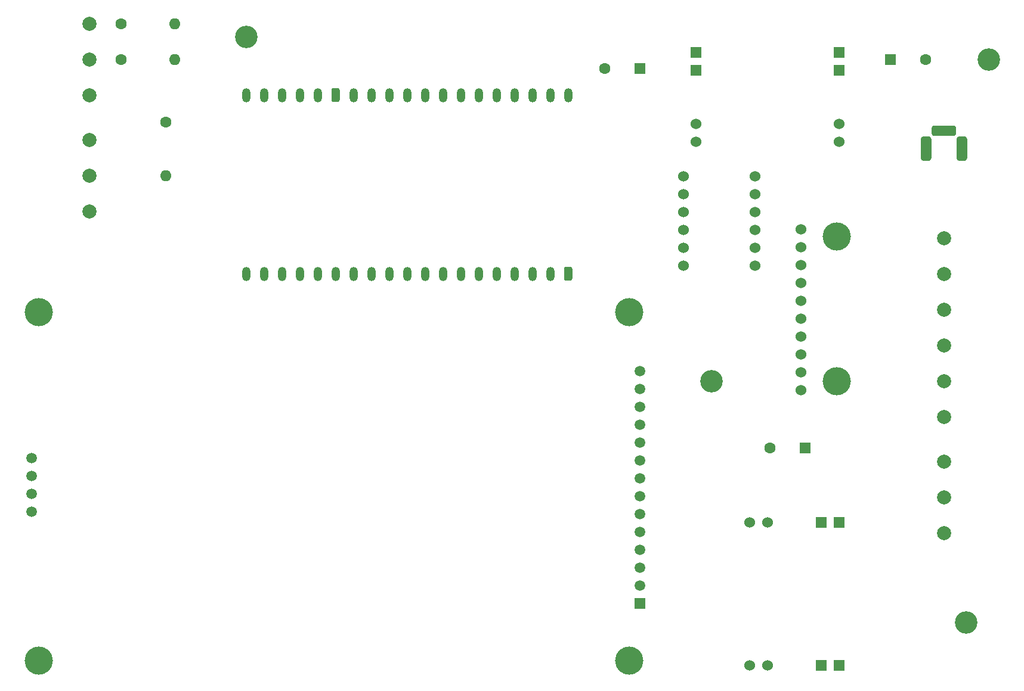
<source format=gbr>
%TF.GenerationSoftware,KiCad,Pcbnew,(5.1.10)-1*%
%TF.CreationDate,2021-09-16T12:46:16+00:00*%
%TF.ProjectId,watermixer,77617465-726d-4697-9865-722e6b696361,v1.0*%
%TF.SameCoordinates,Original*%
%TF.FileFunction,Soldermask,Top*%
%TF.FilePolarity,Negative*%
%FSLAX46Y46*%
G04 Gerber Fmt 4.6, Leading zero omitted, Abs format (unit mm)*
G04 Created by KiCad (PCBNEW (5.1.10)-1) date 2021-09-16 12:46:16*
%MOMM*%
%LPD*%
G01*
G04 APERTURE LIST*
%ADD10C,2.000000*%
%ADD11C,4.000000*%
%ADD12C,1.500000*%
%ADD13R,1.500000X1.500000*%
%ADD14O,1.200000X2.000000*%
%ADD15C,3.200000*%
%ADD16C,1.600000*%
%ADD17R,1.600000X1.600000*%
%ADD18C,1.524000*%
%ADD19R,1.524000X1.524000*%
%ADD20O,1.600000X1.600000*%
G04 APERTURE END LIST*
D10*
%TO.C,JPress1*%
X84455000Y-46990000D03*
X84455000Y-52070000D03*
X84455000Y-57150000D03*
%TD*%
%TO.C,JTemp1*%
X84455000Y-30480000D03*
X84455000Y-35560000D03*
X84455000Y-40640000D03*
%TD*%
D11*
%TO.C,U1*%
X161025000Y-71478000D03*
X77205000Y-71478000D03*
X77205000Y-121008000D03*
X161025000Y-121008000D03*
D12*
X162580000Y-90017600D03*
X76200000Y-92202000D03*
X76200000Y-94742000D03*
X76200000Y-97282000D03*
X76200000Y-99822000D03*
X162580000Y-92557600D03*
X162580000Y-95097600D03*
X162580000Y-97637600D03*
X162580000Y-100177600D03*
X162580000Y-102717600D03*
X162580000Y-105257600D03*
X162580000Y-107797600D03*
X162580000Y-110337600D03*
D13*
X162580000Y-112877600D03*
D12*
X162580000Y-87477600D03*
X162580000Y-84937600D03*
X162580000Y-82397600D03*
X162580000Y-79857600D03*
%TD*%
%TO.C,U2*%
G36*
G01*
X152997280Y-65343680D02*
X152997280Y-66743680D01*
G75*
G02*
X152697280Y-67043680I-300000J0D01*
G01*
X152097280Y-67043680D01*
G75*
G02*
X151797280Y-66743680I0J300000D01*
G01*
X151797280Y-65343680D01*
G75*
G02*
X152097280Y-65043680I300000J0D01*
G01*
X152697280Y-65043680D01*
G75*
G02*
X152997280Y-65343680I0J-300000D01*
G01*
G37*
D14*
X149857280Y-66043680D03*
X147317280Y-66043680D03*
X144777280Y-66043680D03*
X142237280Y-66043680D03*
X139697280Y-66043680D03*
X137157280Y-66043680D03*
X134617280Y-66043680D03*
X132077280Y-66043680D03*
X129537280Y-66043680D03*
X126997280Y-66043680D03*
X124457280Y-66043680D03*
X121917280Y-66043680D03*
X119377280Y-66043680D03*
X116837280Y-66043680D03*
X114297280Y-66043680D03*
X111757280Y-66043680D03*
X109220000Y-66040000D03*
X106680000Y-66040000D03*
X106677280Y-40643680D03*
X109217280Y-40643680D03*
X111757280Y-40643680D03*
X114297280Y-40643680D03*
X116837280Y-40643680D03*
G36*
G01*
X119977280Y-39943680D02*
X119977280Y-41343680D01*
G75*
G02*
X119677280Y-41643680I-300000J0D01*
G01*
X119077280Y-41643680D01*
G75*
G02*
X118777280Y-41343680I0J300000D01*
G01*
X118777280Y-39943680D01*
G75*
G02*
X119077280Y-39643680I300000J0D01*
G01*
X119677280Y-39643680D01*
G75*
G02*
X119977280Y-39943680I0J-300000D01*
G01*
G37*
X121917280Y-40643680D03*
X124457280Y-40643680D03*
X126997280Y-40643680D03*
X129537280Y-40643680D03*
X132077280Y-40643680D03*
X134617280Y-40643680D03*
X137157280Y-40643680D03*
X139697280Y-40643680D03*
X142237280Y-40643680D03*
X144777280Y-40643680D03*
X147317280Y-40643680D03*
X149857280Y-40643680D03*
X152397280Y-40643680D03*
%TD*%
D15*
%TO.C,H4*%
X212090000Y-35560000D03*
%TD*%
%TO.C,H3*%
X208915000Y-115570000D03*
%TD*%
%TO.C,H2*%
X106680000Y-32385000D03*
%TD*%
%TO.C,H1*%
X172720000Y-81280000D03*
%TD*%
D16*
%TO.C,C3*%
X203120000Y-35560000D03*
D17*
X198120000Y-35560000D03*
%TD*%
D16*
%TO.C,C2*%
X157560000Y-36830000D03*
D17*
X162560000Y-36830000D03*
%TD*%
D16*
%TO.C,C1*%
X181055000Y-90805000D03*
D17*
X186055000Y-90805000D03*
%TD*%
D18*
%TO.C,U3*%
X178943000Y-64897000D03*
X168783000Y-64897000D03*
X178943000Y-62357000D03*
X168783000Y-62357000D03*
X178943000Y-54737000D03*
X168783000Y-54737000D03*
X178943000Y-52197000D03*
X168783000Y-52197000D03*
X178943000Y-59817000D03*
X168783000Y-59817000D03*
X178943000Y-57277000D03*
X168783000Y-57277000D03*
%TD*%
D10*
%TO.C,JHC_VALVES1*%
X205740000Y-86360000D03*
X205740000Y-81280000D03*
X205740000Y-76200000D03*
X205740000Y-71120000D03*
X205740000Y-66040000D03*
X205740000Y-60960000D03*
%TD*%
%TO.C,JD_VALVE1*%
X205740000Y-102870000D03*
X205740000Y-97790000D03*
X205740000Y-92710000D03*
%TD*%
D18*
%TO.C,U_3.3V1*%
X178181000Y-101346000D03*
X180721000Y-101346000D03*
D19*
X188341000Y-101346000D03*
X190881000Y-101346000D03*
D18*
X178181000Y-121666000D03*
X180721000Y-121666000D03*
D19*
X188341000Y-121666000D03*
X190881000Y-121666000D03*
%TD*%
D18*
%TO.C,U_5V1*%
X170561000Y-47244000D03*
X170561000Y-44704000D03*
D19*
X170561000Y-37084000D03*
X170561000Y-34544000D03*
D18*
X190881000Y-47244000D03*
X190881000Y-44704000D03*
D19*
X190881000Y-37084000D03*
X190881000Y-34544000D03*
%TD*%
%TO.C,J_12V1*%
G36*
G01*
X203950000Y-46885000D02*
X203950000Y-49635000D01*
G75*
G02*
X203575000Y-50010000I-375000J0D01*
G01*
X202825000Y-50010000D01*
G75*
G02*
X202450000Y-49635000I0J375000D01*
G01*
X202450000Y-46885000D01*
G75*
G02*
X202825000Y-46510000I375000J0D01*
G01*
X203575000Y-46510000D01*
G75*
G02*
X203950000Y-46885000I0J-375000D01*
G01*
G37*
G36*
G01*
X209030000Y-46885000D02*
X209030000Y-49635000D01*
G75*
G02*
X208655000Y-50010000I-375000J0D01*
G01*
X207905000Y-50010000D01*
G75*
G02*
X207530000Y-49635000I0J375000D01*
G01*
X207530000Y-46885000D01*
G75*
G02*
X207905000Y-46510000I375000J0D01*
G01*
X208655000Y-46510000D01*
G75*
G02*
X209030000Y-46885000I0J-375000D01*
G01*
G37*
G36*
G01*
X207490000Y-45345000D02*
X207490000Y-46095000D01*
G75*
G02*
X207115000Y-46470000I-375000J0D01*
G01*
X204365000Y-46470000D01*
G75*
G02*
X203990000Y-46095000I0J375000D01*
G01*
X203990000Y-45345000D01*
G75*
G02*
X204365000Y-44970000I375000J0D01*
G01*
X207115000Y-44970000D01*
G75*
G02*
X207490000Y-45345000I0J-375000D01*
G01*
G37*
%TD*%
D20*
%TO.C,R1*%
X95250000Y-52070000D03*
D16*
X95250000Y-44450000D03*
%TD*%
%TO.C,R2*%
X88900000Y-35560000D03*
D20*
X96520000Y-35560000D03*
%TD*%
%TO.C,R3*%
X96520000Y-30480000D03*
D16*
X88900000Y-30480000D03*
%TD*%
D11*
%TO.C,U4*%
X190500000Y-81280000D03*
X190500000Y-60706000D03*
D18*
X185420000Y-82550000D03*
X185420000Y-80010000D03*
X185420000Y-77470000D03*
X185420000Y-74930000D03*
X185420000Y-72390000D03*
X185420000Y-69850000D03*
X185420000Y-67310000D03*
X185420000Y-64770000D03*
X185420000Y-62230000D03*
X185420000Y-59690000D03*
%TD*%
M02*

</source>
